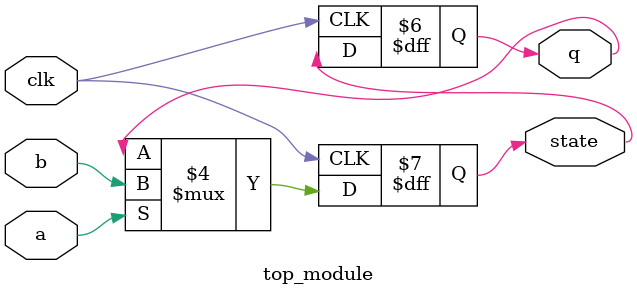
<source format=sv>
module top_module (
	input clk,
	input a,
	input b,
	output reg q,
	output reg state
);

always @(posedge clk) begin
    if (a == 1) begin
        state <= b;
    end 
    else begin
        state <= q;
    end
    q <= state;
end

endmodule

</source>
